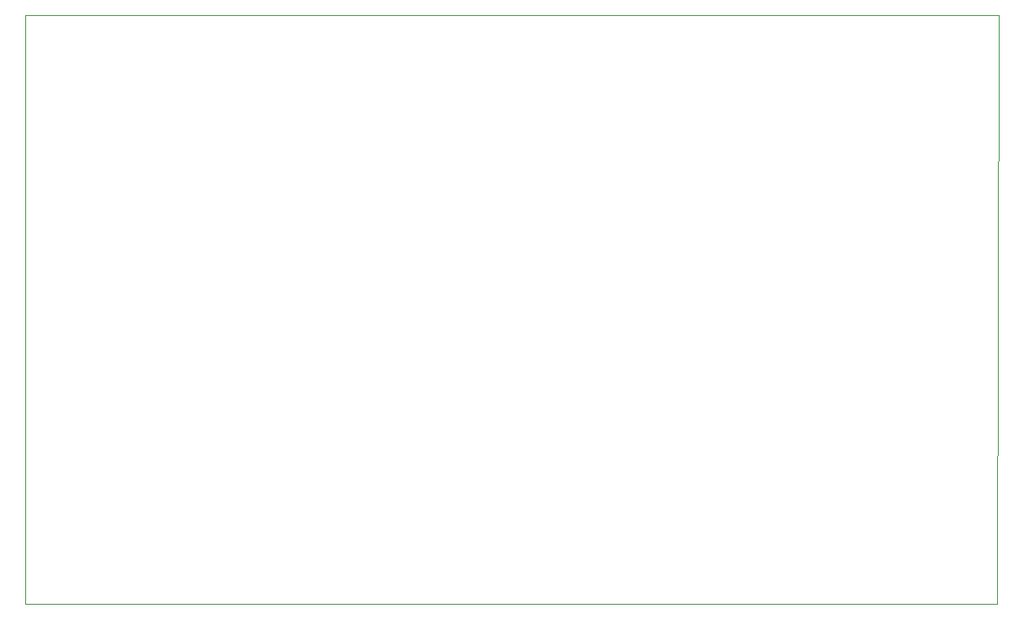
<source format=gm1>
%TF.GenerationSoftware,KiCad,Pcbnew,(6.0.8)*%
%TF.CreationDate,2022-11-16T21:32:55-08:00*%
%TF.ProjectId,T5Cad,54354361-642e-46b6-9963-61645f706362,2.3.1*%
%TF.SameCoordinates,Original*%
%TF.FileFunction,Profile,NP*%
%FSLAX46Y46*%
G04 Gerber Fmt 4.6, Leading zero omitted, Abs format (unit mm)*
G04 Created by KiCad (PCBNEW (6.0.8)) date 2022-11-16 21:32:55*
%MOMM*%
%LPD*%
G01*
G04 APERTURE LIST*
%TA.AperFunction,Profile*%
%ADD10C,0.100000*%
%TD*%
G04 APERTURE END LIST*
D10*
X204000000Y-106260000D02*
X106172000Y-106250000D01*
X106172000Y-46990000D02*
X204200000Y-47000000D01*
X204200000Y-47000000D02*
X204000000Y-106260000D01*
X106172000Y-106250000D02*
X106172000Y-46990000D01*
M02*

</source>
